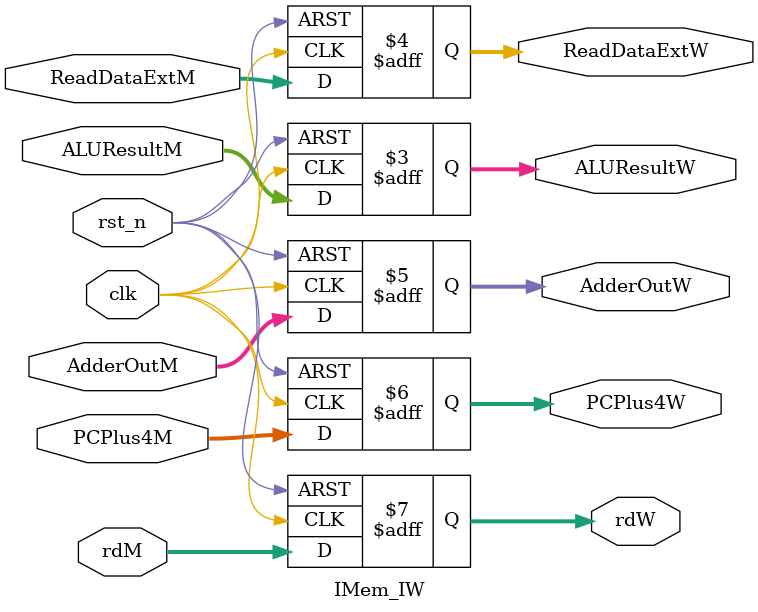
<source format=sv>
module IMem_IW (
    input   logic           clk,
    input   logic           rst_n,
    input   logic   [31:0]  ALUResultM,
    input   logic   [31:0]  ReadDataExtM,
    input   logic   [31:0]  AdderOutM,
    input   logic   [31:0]  PCPlus4M,
    input   logic   [4:0]   rdM,
    output  logic   [31:0]  ALUResultW,
    output  logic   [31:0]  ReadDataExtW,
    output  logic   [31:0]  AdderOutW,
    output  logic   [31:0]  PCPlus4W,
    output  logic   [4:0]   rdW
);
    always_ff @(posedge clk or negedge rst_n) begin
        if (!rst_n) begin
            ALUResultW    <= '0;
            ReadDataExtW  <= '0;
            AdderOutW     <= '0;
            PCPlus4W      <= '0;
            rdW           <= '0;
        end else begin
            ALUResultW    <= ALUResultM;
            ReadDataExtW  <= ReadDataExtM;
            AdderOutW     <= AdderOutM;
            PCPlus4W      <= PCPlus4M;
            rdW           <= rdM;
        end
    end
endmodule
</source>
